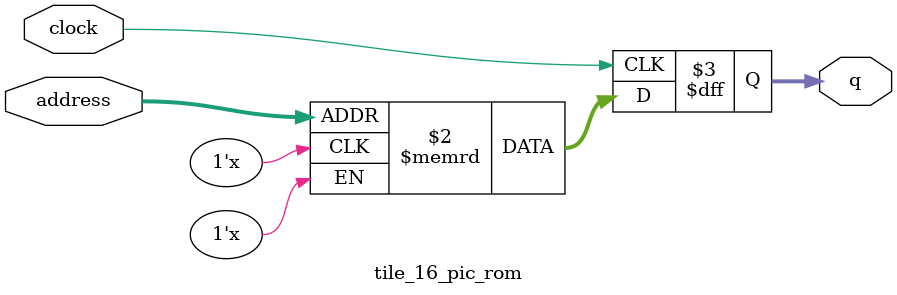
<source format=sv>
module tile_16_pic_rom (
	input logic clock,
	input logic [11:0] address,
	output logic [4:0] q
);

logic [4:0] memory [0:3071] /* synthesis ram_init_file = "./16 tile drawing/16 tile drawing.mif" */;

always_ff @ (posedge clock) begin
	q <= memory[address];
end

endmodule

</source>
